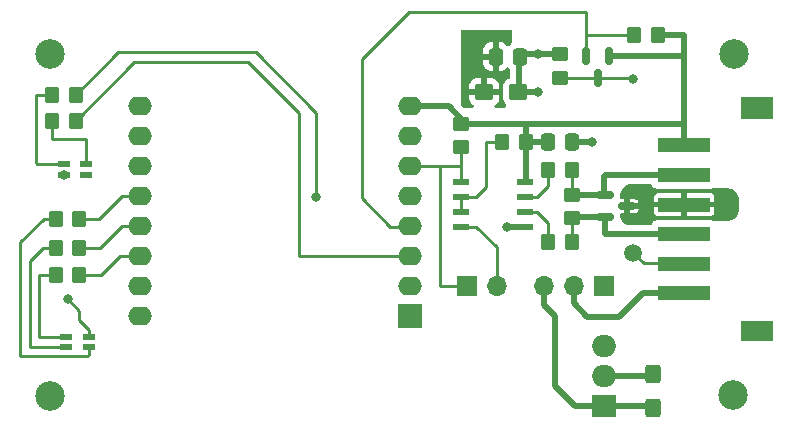
<source format=gbr>
%TF.GenerationSoftware,KiCad,Pcbnew,8.0.8*%
%TF.CreationDate,2026-01-01T17:30:43-08:00*%
%TF.ProjectId,navien,6e617669-656e-42e6-9b69-6361645f7063,rev?*%
%TF.SameCoordinates,Original*%
%TF.FileFunction,Copper,L1,Top*%
%TF.FilePolarity,Positive*%
%FSLAX46Y46*%
G04 Gerber Fmt 4.6, Leading zero omitted, Abs format (unit mm)*
G04 Created by KiCad (PCBNEW 8.0.8) date 2026-01-01 17:30:43*
%MOMM*%
%LPD*%
G01*
G04 APERTURE LIST*
G04 Aperture macros list*
%AMRoundRect*
0 Rectangle with rounded corners*
0 $1 Rounding radius*
0 $2 $3 $4 $5 $6 $7 $8 $9 X,Y pos of 4 corners*
0 Add a 4 corners polygon primitive as box body*
4,1,4,$2,$3,$4,$5,$6,$7,$8,$9,$2,$3,0*
0 Add four circle primitives for the rounded corners*
1,1,$1+$1,$2,$3*
1,1,$1+$1,$4,$5*
1,1,$1+$1,$6,$7*
1,1,$1+$1,$8,$9*
0 Add four rect primitives between the rounded corners*
20,1,$1+$1,$2,$3,$4,$5,0*
20,1,$1+$1,$4,$5,$6,$7,0*
20,1,$1+$1,$6,$7,$8,$9,0*
20,1,$1+$1,$8,$9,$2,$3,0*%
G04 Aperture macros list end*
%TA.AperFunction,SMDPad,CuDef*%
%ADD10R,1.100000X0.600000*%
%TD*%
%TA.AperFunction,SMDPad,CuDef*%
%ADD11RoundRect,0.250000X0.450000X-0.350000X0.450000X0.350000X-0.450000X0.350000X-0.450000X-0.350000X0*%
%TD*%
%TA.AperFunction,SMDPad,CuDef*%
%ADD12R,4.495800X1.295400*%
%TD*%
%TA.AperFunction,SMDPad,CuDef*%
%ADD13R,2.709601X1.803400*%
%TD*%
%TA.AperFunction,SMDPad,CuDef*%
%ADD14R,2.709601X1.851698*%
%TD*%
%TA.AperFunction,SMDPad,CuDef*%
%ADD15RoundRect,0.250000X-0.350000X-0.450000X0.350000X-0.450000X0.350000X0.450000X-0.350000X0.450000X0*%
%TD*%
%TA.AperFunction,SMDPad,CuDef*%
%ADD16RoundRect,0.250000X-0.337500X-0.475000X0.337500X-0.475000X0.337500X0.475000X-0.337500X0.475000X0*%
%TD*%
%TA.AperFunction,SMDPad,CuDef*%
%ADD17R,1.460500X0.558800*%
%TD*%
%TA.AperFunction,ComponentPad*%
%ADD18R,1.700000X1.700000*%
%TD*%
%TA.AperFunction,ComponentPad*%
%ADD19O,1.700000X1.700000*%
%TD*%
%TA.AperFunction,ComponentPad*%
%ADD20R,2.000000X2.000000*%
%TD*%
%TA.AperFunction,ComponentPad*%
%ADD21O,2.000000X1.600000*%
%TD*%
%TA.AperFunction,SMDPad,CuDef*%
%ADD22RoundRect,0.250000X0.425000X-0.537500X0.425000X0.537500X-0.425000X0.537500X-0.425000X-0.537500X0*%
%TD*%
%TA.AperFunction,ComponentPad*%
%ADD23C,2.500000*%
%TD*%
%TA.AperFunction,SMDPad,CuDef*%
%ADD24RoundRect,0.250000X0.537500X0.425000X-0.537500X0.425000X-0.537500X-0.425000X0.537500X-0.425000X0*%
%TD*%
%TA.AperFunction,SMDPad,CuDef*%
%ADD25RoundRect,0.250000X0.337500X0.475000X-0.337500X0.475000X-0.337500X-0.475000X0.337500X-0.475000X0*%
%TD*%
%TA.AperFunction,SMDPad,CuDef*%
%ADD26RoundRect,0.250000X0.350000X0.450000X-0.350000X0.450000X-0.350000X-0.450000X0.350000X-0.450000X0*%
%TD*%
%TA.AperFunction,ComponentPad*%
%ADD27R,2.000000X1.905000*%
%TD*%
%TA.AperFunction,ComponentPad*%
%ADD28O,2.000000X1.905000*%
%TD*%
%TA.AperFunction,SMDPad,CuDef*%
%ADD29RoundRect,0.150000X-0.587500X-0.150000X0.587500X-0.150000X0.587500X0.150000X-0.587500X0.150000X0*%
%TD*%
%TA.AperFunction,SMDPad,CuDef*%
%ADD30RoundRect,0.150000X-0.150000X0.587500X-0.150000X-0.587500X0.150000X-0.587500X0.150000X0.587500X0*%
%TD*%
%TA.AperFunction,SMDPad,CuDef*%
%ADD31RoundRect,0.250000X-0.450000X0.350000X-0.450000X-0.350000X0.450000X-0.350000X0.450000X0.350000X0*%
%TD*%
%TA.AperFunction,ViaPad*%
%ADD32C,0.800000*%
%TD*%
%TA.AperFunction,ViaPad*%
%ADD33C,1.500000*%
%TD*%
%TA.AperFunction,Conductor*%
%ADD34C,0.500000*%
%TD*%
%TA.AperFunction,Conductor*%
%ADD35C,0.250000*%
%TD*%
G04 APERTURE END LIST*
D10*
%TO.P,D1,1,RA*%
%TO.N,GND*%
X4200000Y22631600D03*
%TO.P,D1,2,B*%
%TO.N,unconnected-(D1-B-Pad2)*%
X6100000Y22631600D03*
%TO.P,D1,3,G*%
%TO.N,Net-(D1-G)*%
X6100000Y23531600D03*
%TO.P,D1,4,R*%
%TO.N,Net-(D1-R)*%
X4200000Y23531600D03*
%TD*%
%TO.P,D5,1,Cathode*%
%TO.N,GND*%
X6300000Y8931600D03*
%TO.P,D5,2,B*%
%TO.N,Net-(D5-B)*%
X4400000Y8931600D03*
%TO.P,D5,3,G*%
%TO.N,Net-(D5-G)*%
X4400000Y8031600D03*
%TO.P,D5,4,R*%
%TO.N,Net-(D5-R)*%
X6300000Y8031600D03*
%TD*%
D11*
%TO.P,R3,1*%
%TO.N,Net-(D3-A2)*%
X47199148Y18964400D03*
%TO.P,R3,2*%
%TO.N,Net-(D3-A1)*%
X47199148Y20964400D03*
%TD*%
%TO.P,R10,1*%
%TO.N,Net-(Q1-D)*%
X46200000Y30831600D03*
%TO.P,R10,2*%
%TO.N,+5V*%
X46200000Y32831600D03*
%TD*%
D12*
%TO.P,J3,1,1*%
%TO.N,Net-(J1-Pin_2)*%
X56697348Y12619751D03*
%TO.P,J3,2,2*%
%TO.N,Net-(Q1-D)*%
X56697348Y15119751D03*
%TO.P,J3,3,3*%
%TO.N,Net-(D3-A2)*%
X56697348Y17619751D03*
%TO.P,J3,4,4*%
%TO.N,GND*%
X56697348Y20119751D03*
%TO.P,J3,5,5*%
%TO.N,Net-(D3-A1)*%
X56697348Y22619751D03*
%TO.P,J3,6,6*%
%TO.N,+3.3V*%
X56697348Y25119751D03*
D13*
%TO.P,J3,7*%
%TO.N,N/C*%
X62896348Y9419752D03*
D14*
%TO.P,J3,8*%
X62896348Y28295600D03*
%TD*%
D15*
%TO.P,R6,1*%
%TO.N,Net-(D5-R)*%
X3500000Y18920800D03*
%TO.P,R6,2*%
%TO.N,Net-(U1-D3)*%
X5500000Y18920800D03*
%TD*%
D16*
%TO.P,C4,1*%
%TO.N,+3.3V*%
X45167148Y25450800D03*
%TO.P,C4,2*%
%TO.N,GND*%
X47242148Y25450800D03*
%TD*%
D17*
%TO.P,U2,1,R*%
%TO.N,Net-(J2-Pin_1)*%
X37785398Y22021800D03*
%TO.P,U2,2,\u002ARE*%
%TO.N,Net-(U2-\u002ARE)*%
X37785398Y20751800D03*
%TO.P,U2,3,\u002ASHDN*%
X37785398Y19481800D03*
%TO.P,U2,4,D*%
%TO.N,Net-(J2-Pin_2)*%
X37785398Y18211800D03*
%TO.P,U2,5,GND*%
%TO.N,GND*%
X43233698Y18211800D03*
%TO.P,U2,6,A*%
%TO.N,Net-(U2-A)*%
X43233698Y19481800D03*
%TO.P,U2,7,B*%
%TO.N,Net-(U2-B)*%
X43233698Y20751800D03*
%TO.P,U2,8,VCC*%
%TO.N,+3.3V*%
X43233698Y22021800D03*
%TD*%
D15*
%TO.P,R11,1*%
%TO.N,Net-(D1-G)*%
X3200000Y27231600D03*
%TO.P,R11,2*%
%TO.N,Net-(U1-D0)*%
X5200000Y27231600D03*
%TD*%
D18*
%TO.P,J1,1,Pin_1*%
%TO.N,+5V*%
X49885600Y13208000D03*
D19*
%TO.P,J1,2,Pin_2*%
%TO.N,Net-(J1-Pin_2)*%
X47345600Y13208000D03*
%TO.P,J1,3,Pin_3*%
%TO.N,/Reg Pin*%
X44805600Y13208000D03*
%TD*%
D20*
%TO.P,U1,1,~{RST}*%
%TO.N,unconnected-(U1-~{RST}-Pad1)*%
X33477200Y10651600D03*
D21*
%TO.P,U1,2,A0*%
%TO.N,unconnected-(U1-A0-Pad2)*%
X33477200Y13191600D03*
%TO.P,U1,3,D0*%
%TO.N,Net-(U1-D0)*%
X33477200Y15731600D03*
%TO.P,U1,4,SCK/D5*%
%TO.N,Net-(Q1-S)*%
X33477200Y18271600D03*
%TO.P,U1,5,MISO/D6*%
%TO.N,Net-(U1-MISO{slash}D6)*%
X33477200Y20811600D03*
%TO.P,U1,6,MOSI/D7*%
%TO.N,Net-(J2-Pin_1)*%
X33477200Y23351600D03*
%TO.P,U1,7,CS/D8*%
%TO.N,Net-(J2-Pin_2)*%
X33477200Y25891600D03*
%TO.P,U1,8,3V3*%
%TO.N,+3.3V*%
X33477200Y28431600D03*
%TO.P,U1,9,5V*%
%TO.N,+5V*%
X10617200Y28431600D03*
%TO.P,U1,10,GND*%
%TO.N,GND*%
X10617200Y25891600D03*
%TO.P,U1,11,D4*%
%TO.N,unconnected-(U1-D4-Pad11)*%
X10617200Y23351600D03*
%TO.P,U1,12,D3*%
%TO.N,Net-(U1-D3)*%
X10617200Y20811600D03*
%TO.P,U1,13,SDA/D2*%
%TO.N,Net-(U1-SDA{slash}D2)*%
X10617200Y18271600D03*
%TO.P,U1,14,SCL/D1*%
%TO.N,Net-(U1-SCL{slash}D1)*%
X10617200Y15731600D03*
%TO.P,U1,15,RX*%
%TO.N,unconnected-(U1-RX-Pad15)*%
X10617200Y13191600D03*
%TO.P,U1,16,TX*%
%TO.N,unconnected-(U1-TX-Pad16)*%
X10617200Y10651600D03*
%TD*%
D22*
%TO.P,C3,1*%
%TO.N,/Reg Pin*%
X54051200Y2931300D03*
%TO.P,C3,2*%
%TO.N,GND*%
X54051200Y5806300D03*
%TD*%
D23*
%TO.P,REF3,3*%
%TO.N,N/C*%
X60850000Y4031600D03*
%TD*%
D15*
%TO.P,R7,1*%
%TO.N,Net-(D5-G)*%
X3484000Y16431600D03*
%TO.P,R7,2*%
%TO.N,Net-(U1-SDA{slash}D2)*%
X5484000Y16431600D03*
%TD*%
%TO.P,R8,1*%
%TO.N,Net-(D5-B)*%
X3500000Y14170800D03*
%TO.P,R8,2*%
%TO.N,Net-(U1-SCL{slash}D1)*%
X5500000Y14170800D03*
%TD*%
D23*
%TO.P,REF1,1*%
%TO.N,N/C*%
X3003148Y32831600D03*
%TD*%
D24*
%TO.P,C2,1*%
%TO.N,+5V*%
X42637500Y29631600D03*
%TO.P,C2,2*%
%TO.N,GND*%
X39762500Y29631600D03*
%TD*%
D25*
%TO.P,C1,1*%
%TO.N,+5V*%
X42837500Y32631600D03*
%TO.P,C1,2*%
%TO.N,GND*%
X40762500Y32631600D03*
%TD*%
D18*
%TO.P,J2,1,Pin_1*%
%TO.N,Net-(J2-Pin_1)*%
X38300000Y13231600D03*
D19*
%TO.P,J2,2,Pin_2*%
%TO.N,Net-(J2-Pin_2)*%
X40840000Y13231600D03*
%TD*%
D26*
%TO.P,R5,1*%
%TO.N,Net-(D3-A1)*%
X47199148Y23012400D03*
%TO.P,R5,2*%
%TO.N,Net-(U2-B)*%
X45199148Y23012400D03*
%TD*%
D23*
%TO.P,REF4,2*%
%TO.N,N/C*%
X3003148Y3931600D03*
%TD*%
D26*
%TO.P,R1,1*%
%TO.N,+3.3V*%
X43316400Y25450800D03*
%TO.P,R1,2*%
%TO.N,Net-(U2-\u002ARE)*%
X41316400Y25450800D03*
%TD*%
%TO.P,R4,1*%
%TO.N,Net-(D3-A2)*%
X47183148Y16916400D03*
%TO.P,R4,2*%
%TO.N,Net-(U2-A)*%
X45183148Y16916400D03*
%TD*%
D27*
%TO.P,U3,1,VI*%
%TO.N,/Reg Pin*%
X49885600Y3098800D03*
D28*
%TO.P,U3,2,GND*%
%TO.N,GND*%
X49885600Y5638800D03*
%TO.P,U3,3,VO*%
%TO.N,+5V*%
X49885600Y8178800D03*
%TD*%
D29*
%TO.P,D3,1,A1*%
%TO.N,Net-(D3-A1)*%
X49970048Y20939800D03*
%TO.P,D3,2,A2*%
%TO.N,Net-(D3-A2)*%
X49970048Y19039800D03*
%TO.P,D3,3,common*%
%TO.N,GND*%
X51845048Y19989800D03*
%TD*%
D15*
%TO.P,R9,1*%
%TO.N,Net-(Q1-S)*%
X52492400Y34442400D03*
%TO.P,R9,2*%
%TO.N,+3.3V*%
X54492400Y34442400D03*
%TD*%
D23*
%TO.P,REF2,4*%
%TO.N,N/C*%
X60900000Y32831600D03*
%TD*%
D30*
%TO.P,Q1,1,G*%
%TO.N,+3.3V*%
X50327600Y32687500D03*
%TO.P,Q1,2,S*%
%TO.N,Net-(Q1-S)*%
X48427600Y32687500D03*
%TO.P,Q1,3,D*%
%TO.N,Net-(Q1-D)*%
X49377600Y30812500D03*
%TD*%
D15*
%TO.P,R12,1*%
%TO.N,Net-(D1-R)*%
X3200000Y29431600D03*
%TO.P,R12,2*%
%TO.N,Net-(U1-MISO{slash}D6)*%
X5200000Y29431600D03*
%TD*%
D31*
%TO.P,R2,1*%
%TO.N,+3.3V*%
X37842548Y26958800D03*
%TO.P,R2,2*%
%TO.N,Net-(J2-Pin_1)*%
X37842548Y24958800D03*
%TD*%
D32*
%TO.N,+5V*%
X44300000Y29631600D03*
X44300000Y32831600D03*
%TO.N,GND*%
X4200000Y22631600D03*
X60457948Y21031200D03*
X41661948Y18186400D03*
X60457948Y20116800D03*
X53396748Y20015200D03*
X53388162Y18915231D03*
X48875548Y25450800D03*
X38737500Y33431600D03*
X38737500Y32331600D03*
X53390800Y21082000D03*
X38737500Y31231600D03*
X4500000Y12131600D03*
X60457948Y19202400D03*
D33*
%TO.N,Net-(Q1-D)*%
X52400000Y16031600D03*
D32*
X52374800Y30784800D03*
%TO.N,Net-(U1-MISO{slash}D6)*%
X25550000Y20781600D03*
%TD*%
D34*
%TO.N,/Reg Pin*%
X49885600Y3098800D02*
X53767900Y3098800D01*
X53767900Y3098800D02*
X54000400Y3331300D01*
%TO.N,GND*%
X49885600Y5638800D02*
X53644800Y5638800D01*
X53644800Y5638800D02*
X53898800Y5384800D01*
D35*
X4500000Y12131600D02*
X5500000Y11131600D01*
X5500000Y11131600D02*
X5500000Y10331600D01*
X5500000Y10331600D02*
X6300000Y9531600D01*
X6300000Y9531600D02*
X6300000Y8931600D01*
D34*
%TO.N,+5V*%
X46200000Y32831600D02*
X42700000Y32831600D01*
X44300000Y29631600D02*
X42637500Y29631600D01*
X42700000Y32831600D02*
X42700000Y30031600D01*
%TO.N,GND*%
X41661948Y18186400D02*
X41687348Y18211800D01*
X41687348Y18211800D02*
X43233698Y18211800D01*
X48875548Y25450800D02*
X47242148Y25450800D01*
%TO.N,+3.3V*%
X43300000Y26958800D02*
X56681348Y26958800D01*
X56692800Y32664400D02*
X56692800Y26979348D01*
X56669700Y32687500D02*
X56692800Y32664400D01*
X56692800Y26979348D02*
X56697348Y26974800D01*
X43303548Y22091650D02*
X43233698Y22021800D01*
X36800000Y28431600D02*
X37842548Y27389052D01*
X37842548Y27389052D02*
X37842548Y26958800D01*
X43303548Y25450800D02*
X43303548Y22091650D01*
X43316400Y25450800D02*
X43316400Y26942400D01*
X45167148Y25450800D02*
X43303548Y25450800D01*
X56681348Y26958800D02*
X56697348Y26974800D01*
X54949600Y34493200D02*
X54492400Y34036000D01*
X56697348Y25119751D02*
X56697348Y26974800D01*
X33477200Y28431600D02*
X36800000Y28431600D01*
X37842548Y26958800D02*
X43300000Y26958800D01*
X43316400Y26942400D02*
X43300000Y26958800D01*
X56692800Y32664400D02*
X56692800Y34493200D01*
X50327600Y32687500D02*
X56669700Y32687500D01*
X56692800Y34493200D02*
X54949600Y34493200D01*
D35*
%TO.N,Net-(D3-A2)*%
X47199148Y18964400D02*
X47199148Y16932400D01*
X49970048Y17639900D02*
X50013148Y17596800D01*
D34*
X49970048Y19039800D02*
X49970048Y17639900D01*
X50013148Y17596800D02*
X56116747Y17596800D01*
X47274548Y19039800D02*
X49970048Y19039800D01*
%TO.N,Net-(D3-A1)*%
X49942348Y20939800D02*
X47223748Y20939800D01*
D35*
X49983948Y22596800D02*
X49942348Y22555200D01*
D34*
X49942348Y22555200D02*
X49942348Y20939800D01*
D35*
X47199148Y23012400D02*
X47199148Y20964400D01*
D34*
X56674397Y22596800D02*
X49983948Y22596800D01*
%TO.N,Net-(J1-Pin_2)*%
X47345600Y11785600D02*
X48514000Y10617200D01*
X51206400Y10617200D02*
X53208951Y12619751D01*
X48514000Y10617200D02*
X51206400Y10617200D01*
X47345600Y13208000D02*
X47345600Y11785600D01*
X53208951Y12619751D02*
X56697348Y12619751D01*
D35*
%TO.N,Net-(U2-\u002ARE)*%
X39928800Y25450800D02*
X41434000Y25450800D01*
X37785398Y20751800D02*
X37785398Y19481800D01*
X39096548Y20751800D02*
X39928800Y21584052D01*
X39928800Y21584052D02*
X39928800Y25450800D01*
X37785398Y20751800D02*
X39096548Y20751800D01*
%TO.N,Net-(U2-B)*%
X43233698Y20751800D02*
X44223348Y20751800D01*
X45199148Y21727600D02*
X45199148Y23012400D01*
X44223348Y20751800D02*
X45199148Y21727600D01*
%TO.N,Net-(U2-A)*%
X45183148Y18522000D02*
X45183148Y16916400D01*
X44223348Y19481800D02*
X45183148Y18522000D01*
X43233698Y19481800D02*
X44223348Y19481800D01*
%TO.N,Net-(U1-SDA{slash}D2)*%
X9090000Y18271600D02*
X7250000Y16431600D01*
X7250000Y16431600D02*
X5484000Y16431600D01*
X10617200Y18271600D02*
X9090000Y18271600D01*
%TO.N,Net-(D1-R)*%
X1800000Y29431600D02*
X1800000Y23631600D01*
X3200000Y29431600D02*
X1800000Y29431600D01*
X1900000Y23531600D02*
X4200000Y23531600D01*
X1800000Y23631600D02*
X1900000Y23531600D01*
%TO.N,Net-(D5-R)*%
X6200000Y7331600D02*
X500000Y7331600D01*
X500000Y16931600D02*
X2489200Y18920800D01*
X2489200Y18920800D02*
X3500000Y18920800D01*
X6300000Y7431600D02*
X6200000Y7331600D01*
X6300000Y8031600D02*
X6300000Y7431600D01*
X500000Y7331600D02*
X500000Y16931600D01*
%TO.N,Net-(U1-D3)*%
X7189200Y18920800D02*
X9080000Y20811600D01*
X5500000Y18920800D02*
X7189200Y18920800D01*
X9080000Y20811600D02*
X10617200Y20811600D01*
%TO.N,Net-(D5-G)*%
X2400000Y16431600D02*
X3484000Y16431600D01*
X4400000Y8031600D02*
X1300000Y8031600D01*
X1300000Y8031600D02*
X1300000Y15331600D01*
X1300000Y15331600D02*
X2400000Y16431600D01*
D34*
%TO.N,/Reg Pin*%
X45770800Y4775200D02*
X47447200Y3098800D01*
X47447200Y3098800D02*
X49885600Y3098800D01*
X45770800Y10668000D02*
X45770800Y4775200D01*
X44811548Y11627252D02*
X45770800Y10668000D01*
X44811548Y13004800D02*
X44811548Y11627252D01*
D35*
%TO.N,Net-(Q1-D)*%
X49358500Y30831600D02*
X49377600Y30812500D01*
X49377600Y30812500D02*
X52148500Y30812500D01*
X53293200Y15138400D02*
X56678699Y15138400D01*
X46200000Y30831600D02*
X49358500Y30831600D01*
X52400000Y16031600D02*
X53293200Y15138400D01*
%TO.N,Net-(Q1-S)*%
X48427600Y32687500D02*
X48427600Y34442400D01*
X29400000Y32448000D02*
X33383600Y36431600D01*
X48427600Y36431600D02*
X48427600Y32687500D01*
X33383600Y36431600D02*
X48427600Y36431600D01*
X31775000Y18256600D02*
X29400000Y20631600D01*
X33477200Y18271600D02*
X33462200Y18256600D01*
X52086000Y34442400D02*
X52492400Y34036000D01*
X29400000Y20631600D02*
X29400000Y32448000D01*
X33462200Y18256600D02*
X31775000Y18256600D01*
X48427600Y34442400D02*
X52086000Y34442400D01*
%TO.N,Net-(D5-B)*%
X2139200Y14170800D02*
X2100000Y14131600D01*
X3500000Y14170800D02*
X2139200Y14170800D01*
X2100000Y14131600D02*
X2100000Y8931600D01*
X2100000Y8931600D02*
X4400000Y8931600D01*
%TO.N,Net-(U1-SCL{slash}D1)*%
X7339200Y14170800D02*
X5500000Y14170800D01*
X10617200Y15731600D02*
X8900000Y15731600D01*
X8900000Y15731600D02*
X7339200Y14170800D01*
%TO.N,Net-(U1-MISO{slash}D6)*%
X25552400Y20784000D02*
X25552400Y27889200D01*
X25552400Y27889200D02*
X20421600Y33020000D01*
X8788400Y33020000D02*
X5200000Y29431600D01*
X25550000Y20781600D02*
X25552400Y20784000D01*
X20421600Y33020000D02*
X8788400Y33020000D01*
%TO.N,Net-(U1-D0)*%
X24079200Y15731600D02*
X33477200Y15731600D01*
X10124800Y32156400D02*
X19812000Y32156400D01*
X19812000Y32156400D02*
X24079200Y27889200D01*
X5200000Y27231600D02*
X10124800Y32156400D01*
X24079200Y27889200D02*
X24079200Y15731600D01*
%TO.N,Net-(D1-G)*%
X3200000Y27231600D02*
X3200000Y25631600D01*
X6100000Y25631600D02*
X6100000Y23531600D01*
X3200000Y25631600D02*
X6100000Y25631600D01*
%TO.N,Net-(J2-Pin_1)*%
X37842548Y24958800D02*
X37842548Y23431600D01*
X36000000Y13231600D02*
X36000000Y23251600D01*
X38300000Y13231600D02*
X36000000Y13231600D01*
X33477200Y23351600D02*
X36100000Y23351600D01*
X37762548Y23351600D02*
X37842548Y23431600D01*
X36100000Y23351600D02*
X37762548Y23351600D01*
X36000000Y23251600D02*
X36100000Y23351600D01*
X37842548Y23431600D02*
X37842548Y22078950D01*
X37842548Y22078950D02*
X37785398Y22021800D01*
%TO.N,Net-(J2-Pin_2)*%
X39119800Y18211800D02*
X40840000Y16491600D01*
X40840000Y16491600D02*
X40840000Y13231600D01*
X37785398Y18211800D02*
X39119800Y18211800D01*
%TD*%
%TA.AperFunction,Conductor*%
%TO.N,GND*%
G36*
X53937561Y21818615D02*
G01*
X53983316Y21765811D01*
X53986697Y21757649D01*
X53998559Y21725847D01*
X54086187Y21608790D01*
X54086188Y21608789D01*
X54086189Y21608788D01*
X54094162Y21602820D01*
X54102000Y21596953D01*
X54102000Y21488400D01*
X54279804Y21488400D01*
X54283272Y21487943D01*
X54310424Y21481185D01*
X54340244Y21470063D01*
X54340247Y21470062D01*
X54367498Y21467133D01*
X54400793Y21463552D01*
X54400810Y21463551D01*
X58993886Y21463551D01*
X58993902Y21463552D01*
X59020940Y21466460D01*
X59054449Y21470062D01*
X59054453Y21470064D01*
X59054455Y21470064D01*
X59082654Y21480581D01*
X59125988Y21488400D01*
X60366255Y21488400D01*
X60378409Y21487803D01*
X60555289Y21470382D01*
X60579117Y21465643D01*
X60743349Y21415824D01*
X60765801Y21406523D01*
X60778810Y21399570D01*
X60917146Y21325628D01*
X60937358Y21312123D01*
X61070014Y21203255D01*
X61087202Y21186067D01*
X61196070Y21053411D01*
X61209575Y21033199D01*
X61290469Y20881857D01*
X61299772Y20859399D01*
X61349588Y20695176D01*
X61354330Y20671335D01*
X61371751Y20494462D01*
X61372348Y20482308D01*
X61372348Y19751293D01*
X61371751Y19739139D01*
X61354330Y19562266D01*
X61349588Y19538425D01*
X61299772Y19374202D01*
X61290469Y19351744D01*
X61209575Y19200402D01*
X61196070Y19180190D01*
X61087202Y19047534D01*
X61070014Y19030346D01*
X60937358Y18921478D01*
X60917146Y18907973D01*
X60765804Y18827079D01*
X60743346Y18817776D01*
X60579123Y18767960D01*
X60555282Y18763218D01*
X60378409Y18745797D01*
X60366255Y18745200D01*
X59141811Y18745200D01*
X59098478Y18753018D01*
X59054446Y18769441D01*
X59054447Y18769441D01*
X58993902Y18775951D01*
X58993886Y18775951D01*
X54400810Y18775951D01*
X54400793Y18775951D01*
X54340245Y18769440D01*
X54340243Y18769440D01*
X54275255Y18745200D01*
X54102000Y18745200D01*
X54102000Y18642550D01*
X54086187Y18630712D01*
X53998560Y18513658D01*
X53998559Y18513655D01*
X53969581Y18435964D01*
X53927711Y18380033D01*
X53862247Y18355616D01*
X53853401Y18355300D01*
X51928026Y18355300D01*
X51869573Y18369942D01*
X51718349Y18450773D01*
X51698137Y18464278D01*
X51565481Y18573146D01*
X51548293Y18590334D01*
X51439425Y18722990D01*
X51425920Y18743202D01*
X51415221Y18763218D01*
X51345025Y18894547D01*
X51335723Y18917002D01*
X51285905Y19081231D01*
X51281166Y19105061D01*
X51269820Y19220263D01*
X51266532Y19253648D01*
X51279551Y19322294D01*
X51327616Y19373004D01*
X51389935Y19389801D01*
X51595048Y19389801D01*
X52095048Y19389801D01*
X52486744Y19389801D01*
X52517154Y19392652D01*
X52616077Y19427266D01*
X54149449Y19427266D01*
X54149450Y19427243D01*
X54152356Y19402182D01*
X54152357Y19402178D01*
X54197659Y19299577D01*
X54197662Y19299572D01*
X54276968Y19220266D01*
X54276973Y19220263D01*
X54379571Y19174962D01*
X54404654Y19172052D01*
X56447347Y19172052D01*
X56947348Y19172052D01*
X58990034Y19172052D01*
X58990056Y19172054D01*
X59015117Y19174960D01*
X59015121Y19174961D01*
X59117722Y19220263D01*
X59117727Y19220266D01*
X59197033Y19299572D01*
X59197036Y19299577D01*
X59242337Y19402174D01*
X59242337Y19402176D01*
X59245247Y19427257D01*
X59245248Y19427260D01*
X59245248Y19869751D01*
X56947348Y19869751D01*
X56947348Y19172052D01*
X56447347Y19172052D01*
X56447348Y19172053D01*
X56447348Y19869751D01*
X54149449Y19869751D01*
X54149449Y19427266D01*
X52616077Y19427266D01*
X52645193Y19437454D01*
X52754340Y19518008D01*
X52834894Y19627155D01*
X52874310Y19739800D01*
X52095048Y19739800D01*
X52095048Y19389801D01*
X51595048Y19389801D01*
X51595048Y20239800D01*
X52095048Y20239800D01*
X52874309Y20239800D01*
X52834894Y20352446D01*
X52754340Y20461593D01*
X52645193Y20542147D01*
X52517150Y20586950D01*
X52486755Y20589800D01*
X52095048Y20589800D01*
X52095048Y20239800D01*
X51595048Y20239800D01*
X51595048Y20589800D01*
X51387148Y20589800D01*
X51320109Y20609485D01*
X51274354Y20662289D01*
X51263148Y20713800D01*
X51263148Y20812246D01*
X54149448Y20812246D01*
X54149448Y20369751D01*
X56447348Y20369751D01*
X56947348Y20369751D01*
X59245247Y20369751D01*
X59245247Y20812237D01*
X59245245Y20812260D01*
X59242339Y20837321D01*
X59242338Y20837325D01*
X59197036Y20939926D01*
X59197033Y20939931D01*
X59117727Y21019237D01*
X59117722Y21019240D01*
X59015124Y21064541D01*
X58990042Y21067451D01*
X56947348Y21067451D01*
X56947348Y20369751D01*
X56447348Y20369751D01*
X56447348Y21067451D01*
X54404662Y21067451D01*
X54404639Y21067449D01*
X54379578Y21064543D01*
X54379574Y21064542D01*
X54276973Y21019240D01*
X54276968Y21019237D01*
X54197662Y20939931D01*
X54197659Y20939926D01*
X54152358Y20837329D01*
X54152358Y20837327D01*
X54149448Y20812246D01*
X51263148Y20812246D01*
X51263148Y20837908D01*
X51263745Y20850062D01*
X51265815Y20871083D01*
X51281166Y21026944D01*
X51285905Y21050768D01*
X51335725Y21215006D01*
X51345023Y21237451D01*
X51425923Y21388805D01*
X51439420Y21409005D01*
X51548297Y21541672D01*
X51565476Y21558851D01*
X51698143Y21667728D01*
X51718343Y21681225D01*
X51869697Y21762125D01*
X51892142Y21771423D01*
X52056380Y21821243D01*
X52080206Y21825982D01*
X52179209Y21835733D01*
X52199216Y21837703D01*
X52211369Y21838300D01*
X53870522Y21838300D01*
X53937561Y21818615D01*
G37*
%TD.AperFunction*%
%TD*%
%TA.AperFunction,Conductor*%
%TO.N,GND*%
G36*
X42043039Y34911915D02*
G01*
X42088794Y34859111D01*
X42100000Y34807600D01*
X42100000Y33820267D01*
X42080315Y33753228D01*
X42041099Y33714730D01*
X42026350Y33705633D01*
X41900967Y33580249D01*
X41900541Y33579557D01*
X41900123Y33579182D01*
X41896489Y33574585D01*
X41895703Y33575207D01*
X41848591Y33532836D01*
X41779627Y33521617D01*
X41715547Y33549464D01*
X41697739Y33570022D01*
X41696798Y33569277D01*
X41692316Y33574945D01*
X41568345Y33698916D01*
X41419124Y33790957D01*
X41419119Y33790959D01*
X41252697Y33846106D01*
X41252690Y33846107D01*
X41149986Y33856600D01*
X41012500Y33856600D01*
X41012500Y31406601D01*
X41149972Y31406601D01*
X41149986Y31406602D01*
X41252697Y31417095D01*
X41419119Y31472242D01*
X41419124Y31472244D01*
X41568345Y31564285D01*
X41692316Y31688256D01*
X41696798Y31693923D01*
X41698991Y31692189D01*
X41741357Y31730335D01*
X41810314Y31741592D01*
X41874410Y31713782D01*
X41896334Y31688494D01*
X41896489Y31688615D01*
X41899183Y31685208D01*
X41900545Y31683637D01*
X41900969Y31682949D01*
X41905181Y31678737D01*
X41938666Y31617414D01*
X41941500Y31591056D01*
X41941500Y30892679D01*
X41921815Y30825640D01*
X41869011Y30779885D01*
X41856504Y30774973D01*
X41777264Y30748716D01*
X41777259Y30748714D01*
X41626346Y30655629D01*
X41500971Y30530254D01*
X41407886Y30379341D01*
X41407884Y30379336D01*
X41352113Y30211028D01*
X41341500Y30107153D01*
X41341500Y29156063D01*
X41341501Y29156047D01*
X41352113Y29052173D01*
X41407884Y28883865D01*
X41407886Y28883860D01*
X41500971Y28732947D01*
X41563681Y28670237D01*
X41597166Y28608914D01*
X41600000Y28582556D01*
X41600000Y28455600D01*
X41580315Y28388561D01*
X41527511Y28342806D01*
X41476000Y28331600D01*
X40747280Y28331600D01*
X40680241Y28351285D01*
X40634486Y28404089D01*
X40624542Y28473247D01*
X40653567Y28536803D01*
X40682183Y28561139D01*
X40768345Y28614285D01*
X40892315Y28738255D01*
X40984356Y28887476D01*
X40984358Y28887481D01*
X41039505Y29053903D01*
X41039506Y29053910D01*
X41049999Y29156614D01*
X41050000Y29156627D01*
X41050000Y29381600D01*
X38475001Y29381600D01*
X38475001Y29156614D01*
X38485494Y29053903D01*
X38540641Y28887481D01*
X38540643Y28887476D01*
X38632684Y28738255D01*
X38756654Y28614285D01*
X38842817Y28561139D01*
X38889541Y28509191D01*
X38900764Y28440228D01*
X38872920Y28376146D01*
X38814852Y28337290D01*
X38777720Y28331600D01*
X38024043Y28331600D01*
X37957004Y28351285D01*
X37936362Y28367919D01*
X37836319Y28467962D01*
X37802834Y28529285D01*
X37800000Y28555643D01*
X37800000Y30106587D01*
X38475000Y30106587D01*
X38475000Y29881600D01*
X39512500Y29881600D01*
X40012500Y29881600D01*
X41049999Y29881600D01*
X41049999Y30106572D01*
X41049998Y30106587D01*
X41039505Y30209298D01*
X40984358Y30375720D01*
X40984356Y30375725D01*
X40892315Y30524946D01*
X40768345Y30648916D01*
X40619124Y30740957D01*
X40619119Y30740959D01*
X40452697Y30796106D01*
X40452690Y30796107D01*
X40349986Y30806600D01*
X40012500Y30806600D01*
X40012500Y29881600D01*
X39512500Y29881600D01*
X39512500Y30806600D01*
X39175028Y30806600D01*
X39175012Y30806599D01*
X39072302Y30796106D01*
X38905880Y30740959D01*
X38905875Y30740957D01*
X38756654Y30648916D01*
X38632684Y30524946D01*
X38540643Y30375725D01*
X38540641Y30375720D01*
X38485494Y30209298D01*
X38485493Y30209291D01*
X38475000Y30106587D01*
X37800000Y30106587D01*
X37800000Y32106614D01*
X39675001Y32106614D01*
X39685494Y32003903D01*
X39740641Y31837481D01*
X39740643Y31837476D01*
X39832684Y31688255D01*
X39956654Y31564285D01*
X40105875Y31472244D01*
X40105880Y31472242D01*
X40272302Y31417095D01*
X40272309Y31417094D01*
X40375019Y31406601D01*
X40512499Y31406601D01*
X40512500Y31406602D01*
X40512500Y32381600D01*
X39675001Y32381600D01*
X39675001Y32106614D01*
X37800000Y32106614D01*
X37800000Y33156587D01*
X39675000Y33156587D01*
X39675000Y32881600D01*
X40512500Y32881600D01*
X40512500Y33856600D01*
X40375027Y33856600D01*
X40375012Y33856599D01*
X40272302Y33846106D01*
X40105880Y33790959D01*
X40105875Y33790957D01*
X39956654Y33698916D01*
X39832684Y33574946D01*
X39740643Y33425725D01*
X39740641Y33425720D01*
X39685494Y33259298D01*
X39685493Y33259291D01*
X39675000Y33156587D01*
X37800000Y33156587D01*
X37800000Y34807600D01*
X37819685Y34874639D01*
X37872489Y34920394D01*
X37924000Y34931600D01*
X41976000Y34931600D01*
X42043039Y34911915D01*
G37*
%TD.AperFunction*%
%TD*%
M02*

</source>
